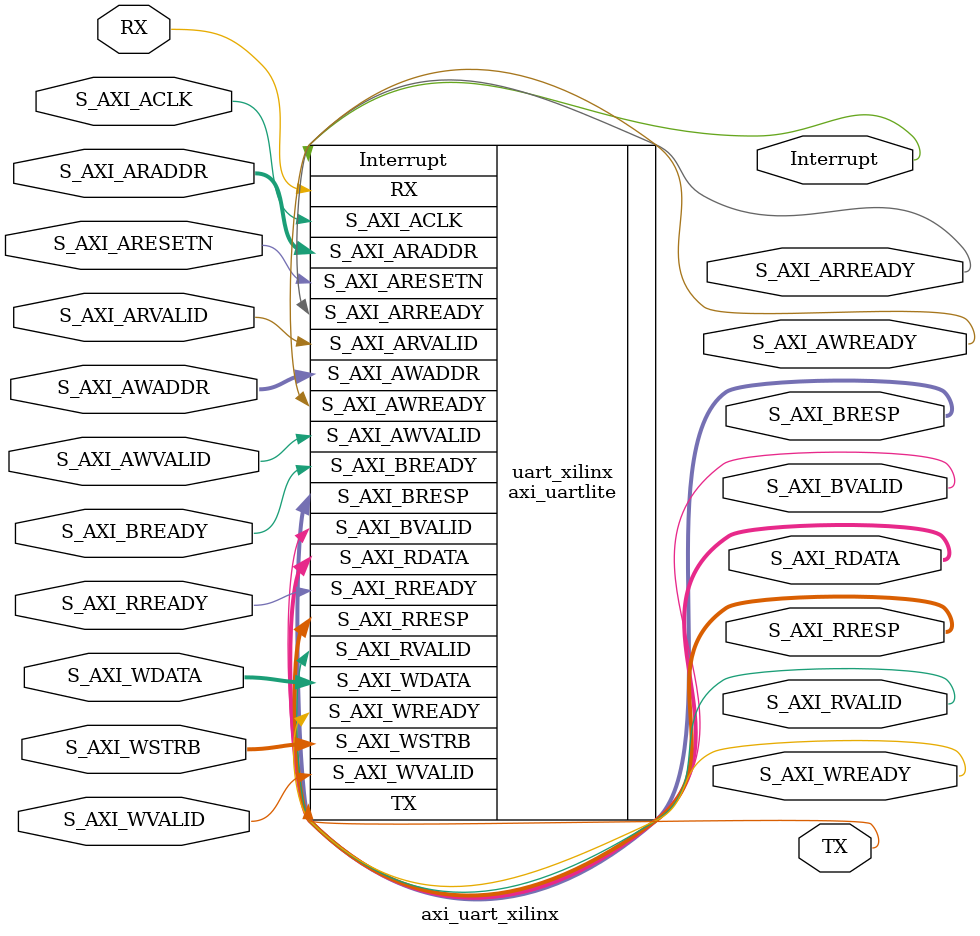
<source format=v>


module axi_uart_xilinx (
     S_AXI_ACLK, S_AXI_ARESETN, Interrupt,
     
     S_AXI_AWADDR, S_AXI_AWVALID, S_AXI_AWREADY, S_AXI_WDATA, S_AXI_WSTRB,
     S_AXI_WVALID, S_AXI_WREADY, S_AXI_BRESP, S_AXI_BVALID, S_AXI_BREADY,
     S_AXI_ARADDR, S_AXI_ARVALID, S_AXI_ARREADY, S_AXI_RDATA, S_AXI_RRESP,
     S_AXI_RVALID, S_AXI_RREADY,

     RX, TX
);

    parameter C_FAMILY = "virtex6";
    parameter C_S_AXI_ACLK_FREQ_HZ  = 100000000;
    // AXI Parameters
    parameter C_BASEADDR = 32'h00000000;
    parameter C_HIGHADDR = 32'hFFFFFFFF;
    localparam C_S_AXI_ADDR_WIDTH = 32;
    localparam C_S_AXI_DATA_WIDTH = 32;
    //  UARTLite Parameters
    parameter C_BAUDRATE = 9600;
    parameter C_DATA_BITS = 8;
    parameter C_USE_PARITY = 0;
    parameter C_ODD_PARITY = 0;
    
    // System signals
    input S_AXI_ACLK;
    input S_AXI_ARESETN;
    output Interrupt;

    // AXI signals
    input [C_S_AXI_ADDR_WIDTH-1:0] S_AXI_AWADDR;
    input S_AXI_AWVALID;
    output S_AXI_AWREADY;
    input [C_S_AXI_DATA_WIDTH-1:0] S_AXI_WDATA;
    input [(C_S_AXI_DATA_WIDTH/8)-1:0] S_AXI_WSTRB;
    input S_AXI_WVALID;
    output S_AXI_WREADY;
    output [1:0] S_AXI_BRESP;
    output S_AXI_BVALID;
    input S_AXI_BREADY;
    input [C_S_AXI_ADDR_WIDTH-1:0] S_AXI_ARADDR;
    input S_AXI_ARVALID;
    output S_AXI_ARREADY;
    output [C_S_AXI_DATA_WIDTH-1:0] S_AXI_RDATA;
    output [1:0] S_AXI_RRESP;
    output S_AXI_RVALID;
    input S_AXI_RREADY;

    // UARTLite Interface Signals
    input RX;
    output TX;
    
    axi_uartlite #(
    	.C_FAMILY(C_FAMILY),
    	.C_S_AXI_ACLK_FREQ_HZ(C_S_AXI_ACLK_FREQ_HZ),
    	.C_BASEADDR(C_BASEADDR),
    	.C_HIGHADDR(C_HIGHADDR),
    	.C_S_AXI_ADDR_WIDTH(C_S_AXI_ADDR_WIDTH),
    	.C_S_AXI_DATA_WIDTH(C_S_AXI_DATA_WIDTH),
    	.C_BAUDRATE(C_BAUDRATE),
    	.C_DATA_BITS(C_DATA_BITS),
    	.C_USE_PARITY(C_USE_PARITY),
    	.C_ODD_PARITY(C_ODD_PARITY)
    )
    uart_xilinx(
    	.S_AXI_ACLK(S_AXI_ACLK),
    	.S_AXI_ARESETN(S_AXI_ARESETN),
    	.Interrupt(Interrupt),
    	.S_AXI_AWADDR(S_AXI_AWADDR),
    	.S_AXI_AWVALID(S_AXI_AWVALID),
    	.S_AXI_AWREADY(S_AXI_AWREADY),
    	.S_AXI_WDATA(S_AXI_WDATA),
    	.S_AXI_WSTRB(S_AXI_WSTRB),
    	.S_AXI_WVALID(S_AXI_WVALID),
    	.S_AXI_WREADY(S_AXI_WREADY),
    	.S_AXI_BRESP(S_AXI_BRESP),
    	.S_AXI_BVALID(S_AXI_BVALID),
    	.S_AXI_BREADY(S_AXI_BREADY),
    	.S_AXI_ARADDR(S_AXI_ARADDR),
    	.S_AXI_ARVALID(S_AXI_ARVALID),
    	.S_AXI_ARREADY(S_AXI_ARREADY),
    	.S_AXI_RDATA(S_AXI_RDATA),
    	.S_AXI_RRESP(S_AXI_RRESP),
    	.S_AXI_RVALID(S_AXI_RVALID),
    	.S_AXI_RREADY(S_AXI_RREADY),
    	.RX(RX),
    	.TX(TX)
    );
    
endmodule
</source>
